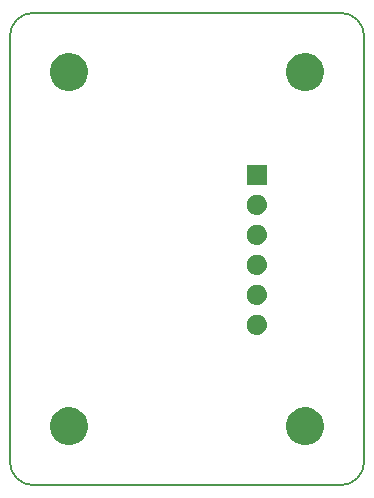
<source format=gbr>
G04 #@! TF.GenerationSoftware,KiCad,Pcbnew,5.0.1-33cea8e~68~ubuntu18.10.1*
G04 #@! TF.CreationDate,2018-11-26T23:37:03+02:00*
G04 #@! TF.ProjectId,PIC-ICSP-504050,5049432D494353502D3530343035302E,v1.0*
G04 #@! TF.SameCoordinates,Original*
G04 #@! TF.FileFunction,Soldermask,Bot*
G04 #@! TF.FilePolarity,Negative*
%FSLAX46Y46*%
G04 Gerber Fmt 4.6, Leading zero omitted, Abs format (unit mm)*
G04 Created by KiCad (PCBNEW 5.0.1-33cea8e~68~ubuntu18.10.1) date ma 26. marraskuuta 2018 23.37.03*
%MOMM*%
%LPD*%
G01*
G04 APERTURE LIST*
%ADD10C,0.150000*%
%ADD11C,0.100000*%
G04 APERTURE END LIST*
D10*
X78000000Y-50000000D02*
G75*
G02X80000000Y-52000000I0J-2000000D01*
G01*
X80000000Y-88000000D02*
G75*
G02X78000000Y-90000000I-2000000J0D01*
G01*
X52000000Y-90000000D02*
G75*
G02X50000000Y-88000000I0J2000000D01*
G01*
X50000000Y-52000000D02*
G75*
G02X52000000Y-50000000I2000000J0D01*
G01*
X50000000Y-88000000D02*
X50000000Y-52000000D01*
X52000000Y-90000000D02*
X78000000Y-90000000D01*
X80000000Y-52000000D02*
X80000000Y-88000000D01*
X52000000Y-50000000D02*
X78000000Y-50000000D01*
D11*
G36*
X55466703Y-83461487D02*
X55466705Y-83461488D01*
X55466706Y-83461488D01*
X55757884Y-83582098D01*
X56019939Y-83757197D01*
X56242803Y-83980061D01*
X56417902Y-84242116D01*
X56538512Y-84533294D01*
X56600000Y-84842416D01*
X56600000Y-85157584D01*
X56538512Y-85466706D01*
X56417902Y-85757884D01*
X56242803Y-86019939D01*
X56019939Y-86242803D01*
X55757884Y-86417902D01*
X55466706Y-86538512D01*
X55466705Y-86538512D01*
X55466703Y-86538513D01*
X55157586Y-86600000D01*
X54842414Y-86600000D01*
X54533297Y-86538513D01*
X54533295Y-86538512D01*
X54533294Y-86538512D01*
X54242116Y-86417902D01*
X53980061Y-86242803D01*
X53757197Y-86019939D01*
X53582098Y-85757884D01*
X53461488Y-85466706D01*
X53400000Y-85157584D01*
X53400000Y-84842416D01*
X53461488Y-84533294D01*
X53582098Y-84242116D01*
X53757197Y-83980061D01*
X53980061Y-83757197D01*
X54242116Y-83582098D01*
X54533294Y-83461488D01*
X54533295Y-83461488D01*
X54533297Y-83461487D01*
X54842414Y-83400000D01*
X55157586Y-83400000D01*
X55466703Y-83461487D01*
X55466703Y-83461487D01*
G37*
G36*
X75466703Y-83461487D02*
X75466705Y-83461488D01*
X75466706Y-83461488D01*
X75757884Y-83582098D01*
X76019939Y-83757197D01*
X76242803Y-83980061D01*
X76417902Y-84242116D01*
X76538512Y-84533294D01*
X76600000Y-84842416D01*
X76600000Y-85157584D01*
X76538512Y-85466706D01*
X76417902Y-85757884D01*
X76242803Y-86019939D01*
X76019939Y-86242803D01*
X75757884Y-86417902D01*
X75466706Y-86538512D01*
X75466705Y-86538512D01*
X75466703Y-86538513D01*
X75157586Y-86600000D01*
X74842414Y-86600000D01*
X74533297Y-86538513D01*
X74533295Y-86538512D01*
X74533294Y-86538512D01*
X74242116Y-86417902D01*
X73980061Y-86242803D01*
X73757197Y-86019939D01*
X73582098Y-85757884D01*
X73461488Y-85466706D01*
X73400000Y-85157584D01*
X73400000Y-84842416D01*
X73461488Y-84533294D01*
X73582098Y-84242116D01*
X73757197Y-83980061D01*
X73980061Y-83757197D01*
X74242116Y-83582098D01*
X74533294Y-83461488D01*
X74533295Y-83461488D01*
X74533297Y-83461487D01*
X74842414Y-83400000D01*
X75157586Y-83400000D01*
X75466703Y-83461487D01*
X75466703Y-83461487D01*
G37*
G36*
X71066627Y-75562299D02*
X71157088Y-75589740D01*
X71226855Y-75610903D01*
X71280712Y-75639691D01*
X71374517Y-75689830D01*
X71503948Y-75796052D01*
X71610170Y-75925483D01*
X71660309Y-76019288D01*
X71689097Y-76073145D01*
X71689097Y-76073146D01*
X71737701Y-76233373D01*
X71754113Y-76400000D01*
X71737701Y-76566627D01*
X71737700Y-76566629D01*
X71689097Y-76726855D01*
X71660309Y-76780712D01*
X71610170Y-76874517D01*
X71503948Y-77003948D01*
X71374517Y-77110170D01*
X71280712Y-77160309D01*
X71226855Y-77189097D01*
X71157088Y-77210260D01*
X71066627Y-77237701D01*
X70941757Y-77250000D01*
X70858243Y-77250000D01*
X70733373Y-77237701D01*
X70642912Y-77210260D01*
X70573145Y-77189097D01*
X70519288Y-77160309D01*
X70425483Y-77110170D01*
X70296052Y-77003948D01*
X70189830Y-76874517D01*
X70139691Y-76780712D01*
X70110903Y-76726855D01*
X70062300Y-76566629D01*
X70062299Y-76566627D01*
X70045887Y-76400000D01*
X70062299Y-76233373D01*
X70110903Y-76073146D01*
X70110903Y-76073145D01*
X70139691Y-76019288D01*
X70189830Y-75925483D01*
X70296052Y-75796052D01*
X70425483Y-75689830D01*
X70519288Y-75639691D01*
X70573145Y-75610903D01*
X70642912Y-75589740D01*
X70733373Y-75562299D01*
X70858243Y-75550000D01*
X70941757Y-75550000D01*
X71066627Y-75562299D01*
X71066627Y-75562299D01*
G37*
G36*
X71066627Y-73022299D02*
X71157088Y-73049740D01*
X71226855Y-73070903D01*
X71280712Y-73099691D01*
X71374517Y-73149830D01*
X71503948Y-73256052D01*
X71610170Y-73385483D01*
X71660309Y-73479288D01*
X71689097Y-73533145D01*
X71689097Y-73533146D01*
X71737701Y-73693373D01*
X71754113Y-73860000D01*
X71737701Y-74026627D01*
X71737700Y-74026629D01*
X71689097Y-74186855D01*
X71660309Y-74240712D01*
X71610170Y-74334517D01*
X71503948Y-74463948D01*
X71374517Y-74570170D01*
X71280712Y-74620309D01*
X71226855Y-74649097D01*
X71157088Y-74670260D01*
X71066627Y-74697701D01*
X70941757Y-74710000D01*
X70858243Y-74710000D01*
X70733373Y-74697701D01*
X70642912Y-74670260D01*
X70573145Y-74649097D01*
X70519288Y-74620309D01*
X70425483Y-74570170D01*
X70296052Y-74463948D01*
X70189830Y-74334517D01*
X70139691Y-74240712D01*
X70110903Y-74186855D01*
X70062300Y-74026629D01*
X70062299Y-74026627D01*
X70045887Y-73860000D01*
X70062299Y-73693373D01*
X70110903Y-73533146D01*
X70110903Y-73533145D01*
X70139691Y-73479288D01*
X70189830Y-73385483D01*
X70296052Y-73256052D01*
X70425483Y-73149830D01*
X70519288Y-73099691D01*
X70573145Y-73070903D01*
X70642912Y-73049740D01*
X70733373Y-73022299D01*
X70858243Y-73010000D01*
X70941757Y-73010000D01*
X71066627Y-73022299D01*
X71066627Y-73022299D01*
G37*
G36*
X71066627Y-70482299D02*
X71157088Y-70509740D01*
X71226855Y-70530903D01*
X71280712Y-70559691D01*
X71374517Y-70609830D01*
X71503948Y-70716052D01*
X71610170Y-70845483D01*
X71660309Y-70939288D01*
X71689097Y-70993145D01*
X71689097Y-70993146D01*
X71737701Y-71153373D01*
X71754113Y-71320000D01*
X71737701Y-71486627D01*
X71737700Y-71486629D01*
X71689097Y-71646855D01*
X71660309Y-71700712D01*
X71610170Y-71794517D01*
X71503948Y-71923948D01*
X71374517Y-72030170D01*
X71280712Y-72080309D01*
X71226855Y-72109097D01*
X71157088Y-72130260D01*
X71066627Y-72157701D01*
X70941757Y-72170000D01*
X70858243Y-72170000D01*
X70733373Y-72157701D01*
X70642912Y-72130260D01*
X70573145Y-72109097D01*
X70519288Y-72080309D01*
X70425483Y-72030170D01*
X70296052Y-71923948D01*
X70189830Y-71794517D01*
X70139691Y-71700712D01*
X70110903Y-71646855D01*
X70062300Y-71486629D01*
X70062299Y-71486627D01*
X70045887Y-71320000D01*
X70062299Y-71153373D01*
X70110903Y-70993146D01*
X70110903Y-70993145D01*
X70139691Y-70939288D01*
X70189830Y-70845483D01*
X70296052Y-70716052D01*
X70425483Y-70609830D01*
X70519288Y-70559691D01*
X70573145Y-70530903D01*
X70642912Y-70509740D01*
X70733373Y-70482299D01*
X70858243Y-70470000D01*
X70941757Y-70470000D01*
X71066627Y-70482299D01*
X71066627Y-70482299D01*
G37*
G36*
X71066627Y-67942299D02*
X71157088Y-67969740D01*
X71226855Y-67990903D01*
X71280712Y-68019691D01*
X71374517Y-68069830D01*
X71503948Y-68176052D01*
X71610170Y-68305483D01*
X71660309Y-68399288D01*
X71689097Y-68453145D01*
X71689097Y-68453146D01*
X71737701Y-68613373D01*
X71754113Y-68780000D01*
X71737701Y-68946627D01*
X71737700Y-68946629D01*
X71689097Y-69106855D01*
X71660309Y-69160712D01*
X71610170Y-69254517D01*
X71503948Y-69383948D01*
X71374517Y-69490170D01*
X71280712Y-69540309D01*
X71226855Y-69569097D01*
X71157088Y-69590260D01*
X71066627Y-69617701D01*
X70941757Y-69630000D01*
X70858243Y-69630000D01*
X70733373Y-69617701D01*
X70642912Y-69590260D01*
X70573145Y-69569097D01*
X70519288Y-69540309D01*
X70425483Y-69490170D01*
X70296052Y-69383948D01*
X70189830Y-69254517D01*
X70139691Y-69160712D01*
X70110903Y-69106855D01*
X70062300Y-68946629D01*
X70062299Y-68946627D01*
X70045887Y-68780000D01*
X70062299Y-68613373D01*
X70110903Y-68453146D01*
X70110903Y-68453145D01*
X70139691Y-68399288D01*
X70189830Y-68305483D01*
X70296052Y-68176052D01*
X70425483Y-68069830D01*
X70519288Y-68019691D01*
X70573145Y-67990903D01*
X70642912Y-67969740D01*
X70733373Y-67942299D01*
X70858243Y-67930000D01*
X70941757Y-67930000D01*
X71066627Y-67942299D01*
X71066627Y-67942299D01*
G37*
G36*
X71066627Y-65402299D02*
X71157088Y-65429740D01*
X71226855Y-65450903D01*
X71280712Y-65479691D01*
X71374517Y-65529830D01*
X71503948Y-65636052D01*
X71610170Y-65765483D01*
X71660309Y-65859288D01*
X71689097Y-65913145D01*
X71689097Y-65913146D01*
X71737701Y-66073373D01*
X71754113Y-66240000D01*
X71737701Y-66406627D01*
X71737700Y-66406629D01*
X71689097Y-66566855D01*
X71660309Y-66620712D01*
X71610170Y-66714517D01*
X71503948Y-66843948D01*
X71374517Y-66950170D01*
X71280712Y-67000309D01*
X71226855Y-67029097D01*
X71157088Y-67050260D01*
X71066627Y-67077701D01*
X70941757Y-67090000D01*
X70858243Y-67090000D01*
X70733373Y-67077701D01*
X70642912Y-67050260D01*
X70573145Y-67029097D01*
X70519288Y-67000309D01*
X70425483Y-66950170D01*
X70296052Y-66843948D01*
X70189830Y-66714517D01*
X70139691Y-66620712D01*
X70110903Y-66566855D01*
X70062300Y-66406629D01*
X70062299Y-66406627D01*
X70045887Y-66240000D01*
X70062299Y-66073373D01*
X70110903Y-65913146D01*
X70110903Y-65913145D01*
X70139691Y-65859288D01*
X70189830Y-65765483D01*
X70296052Y-65636052D01*
X70425483Y-65529830D01*
X70519288Y-65479691D01*
X70573145Y-65450903D01*
X70642912Y-65429740D01*
X70733373Y-65402299D01*
X70858243Y-65390000D01*
X70941757Y-65390000D01*
X71066627Y-65402299D01*
X71066627Y-65402299D01*
G37*
G36*
X71750000Y-64550000D02*
X70050000Y-64550000D01*
X70050000Y-62850000D01*
X71750000Y-62850000D01*
X71750000Y-64550000D01*
X71750000Y-64550000D01*
G37*
G36*
X55466703Y-53461487D02*
X55466705Y-53461488D01*
X55466706Y-53461488D01*
X55757884Y-53582098D01*
X56019939Y-53757197D01*
X56242803Y-53980061D01*
X56417902Y-54242116D01*
X56538512Y-54533294D01*
X56600000Y-54842416D01*
X56600000Y-55157584D01*
X56538512Y-55466706D01*
X56417902Y-55757884D01*
X56242803Y-56019939D01*
X56019939Y-56242803D01*
X55757884Y-56417902D01*
X55466706Y-56538512D01*
X55466705Y-56538512D01*
X55466703Y-56538513D01*
X55157586Y-56600000D01*
X54842414Y-56600000D01*
X54533297Y-56538513D01*
X54533295Y-56538512D01*
X54533294Y-56538512D01*
X54242116Y-56417902D01*
X53980061Y-56242803D01*
X53757197Y-56019939D01*
X53582098Y-55757884D01*
X53461488Y-55466706D01*
X53400000Y-55157584D01*
X53400000Y-54842416D01*
X53461488Y-54533294D01*
X53582098Y-54242116D01*
X53757197Y-53980061D01*
X53980061Y-53757197D01*
X54242116Y-53582098D01*
X54533294Y-53461488D01*
X54533295Y-53461488D01*
X54533297Y-53461487D01*
X54842414Y-53400000D01*
X55157586Y-53400000D01*
X55466703Y-53461487D01*
X55466703Y-53461487D01*
G37*
G36*
X75466703Y-53461487D02*
X75466705Y-53461488D01*
X75466706Y-53461488D01*
X75757884Y-53582098D01*
X76019939Y-53757197D01*
X76242803Y-53980061D01*
X76417902Y-54242116D01*
X76538512Y-54533294D01*
X76600000Y-54842416D01*
X76600000Y-55157584D01*
X76538512Y-55466706D01*
X76417902Y-55757884D01*
X76242803Y-56019939D01*
X76019939Y-56242803D01*
X75757884Y-56417902D01*
X75466706Y-56538512D01*
X75466705Y-56538512D01*
X75466703Y-56538513D01*
X75157586Y-56600000D01*
X74842414Y-56600000D01*
X74533297Y-56538513D01*
X74533295Y-56538512D01*
X74533294Y-56538512D01*
X74242116Y-56417902D01*
X73980061Y-56242803D01*
X73757197Y-56019939D01*
X73582098Y-55757884D01*
X73461488Y-55466706D01*
X73400000Y-55157584D01*
X73400000Y-54842416D01*
X73461488Y-54533294D01*
X73582098Y-54242116D01*
X73757197Y-53980061D01*
X73980061Y-53757197D01*
X74242116Y-53582098D01*
X74533294Y-53461488D01*
X74533295Y-53461488D01*
X74533297Y-53461487D01*
X74842414Y-53400000D01*
X75157586Y-53400000D01*
X75466703Y-53461487D01*
X75466703Y-53461487D01*
G37*
M02*

</source>
